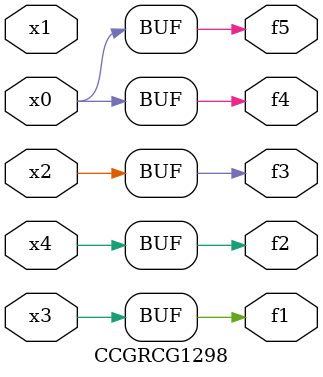
<source format=v>
module CCGRCG1298(
	input x0, x1, x2, x3, x4,
	output f1, f2, f3, f4, f5
);
	assign f1 = x3;
	assign f2 = x4;
	assign f3 = x2;
	assign f4 = x0;
	assign f5 = x0;
endmodule

</source>
